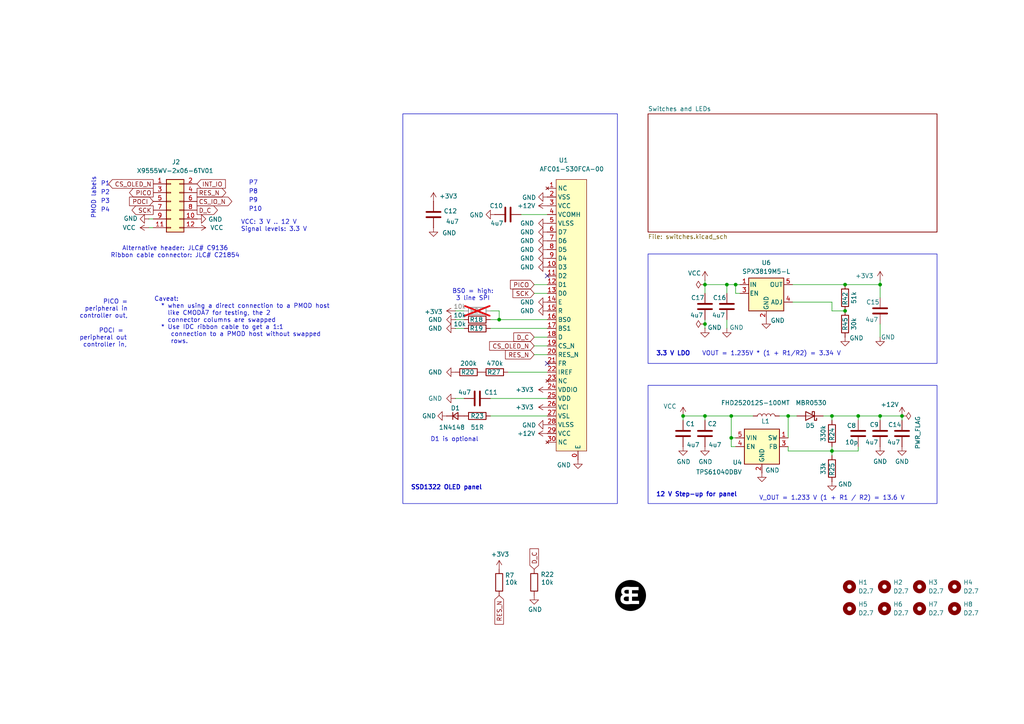
<source format=kicad_sch>
(kicad_sch (version 20250114) (generator "eeschema") (generator_version "9.0")
  (paper "A4")
  (title_block (title "ui_board_1u - User interface board") (date "2025-12-07") (rev "-") (company "Betz Engineering"))
  (lib_symbols
    (symbol "Connector_Generic:Conn_02x06_Odd_Even" (pin_names (offset 1.016) (hide yes))
      (property "Reference" "J" (at 1.27 7.62 0))
      (property "Value" "Conn_02x06_Odd_Even" (at 1.27 -10.16 0))
      (symbol "Conn_02x06_Odd_Even_1_1"
        (rectangle (start -1.27 6.35) (end 3.81 -8.89) (stroke (width 0.254)) (fill (type background)))
        (rectangle (start -1.27 5.207) (end 0 4.953) (stroke (width 0.1524)))
        (rectangle (start -1.27 2.667) (end 0 2.413) (stroke (width 0.1524)))
        (rectangle (start -1.27 0.127) (end 0 -0.127) (stroke (width 0.1524)))
        (rectangle (start -1.27 -2.413) (end 0 -2.667) (stroke (width 0.1524)))
        (rectangle (start -1.27 -4.953) (end 0 -5.207) (stroke (width 0.1524)))
        (rectangle (start -1.27 -7.493) (end 0 -7.747) (stroke (width 0.1524)))
        (rectangle (start 3.81 5.207) (end 2.54 4.953) (stroke (width 0.1524)))
        (rectangle (start 3.81 2.667) (end 2.54 2.413) (stroke (width 0.1524)))
        (rectangle (start 3.81 0.127) (end 2.54 -0.127) (stroke (width 0.1524)))
        (rectangle (start 3.81 -2.413) (end 2.54 -2.667) (stroke (width 0.1524)))
        (rectangle (start 3.81 -4.953) (end 2.54 -5.207) (stroke (width 0.1524)))
        (rectangle (start 3.81 -7.493) (end 2.54 -7.747) (stroke (width 0.1524)))
        (pin passive line (at -5.08 5.08 0) (length 3.81) (name "Pin_1") (number "1"))
        (pin passive line (at -5.08 2.54 0) (length 3.81) (name "Pin_3") (number "3"))
        (pin passive line (at -5.08 0 0) (length 3.81) (name "Pin_5") (number "5"))
        (pin passive line (at -5.08 -2.54 0) (length 3.81) (name "Pin_7") (number "7"))
        (pin passive line (at -5.08 -5.08 0) (length 3.81) (name "Pin_9") (number "9"))
        (pin passive line (at -5.08 -7.62 0) (length 3.81) (name "Pin_11") (number "11"))
        (pin passive line (at 7.62 5.08 180) (length 3.81) (name "Pin_2") (number "2"))
        (pin passive line (at 7.62 2.54 180) (length 3.81) (name "Pin_4") (number "4"))
        (pin passive line (at 7.62 0 180) (length 3.81) (name "Pin_6") (number "6"))
        (pin passive line (at 7.62 -2.54 180) (length 3.81) (name "Pin_8") (number "8"))
        (pin passive line (at 7.62 -5.08 180) (length 3.81) (name "Pin_10") (number "10"))
        (pin passive line (at 7.62 -7.62 180) (length 3.81) (name "Pin_12") (number "12"))
      )
    )
    (symbol "Device:C" (pin_numbers (hide yes)) (pin_names (offset 0.254))
      (property "Reference" "C" (at 0.635 2.54 0))
      (property "Value" "C" (at 0.635 -2.54 0))
      (symbol "C_0_1"
        (polyline (pts (xy -2.032 0.762) (xy 2.032 0.762)) (stroke (width 0.508)))
        (polyline (pts (xy -2.032 -0.762) (xy 2.032 -0.762)) (stroke (width 0.508)))
      )
      (symbol "C_1_1"
        (pin passive line (at 0 3.81 270) (length 2.794) (name "~") (number "1"))
        (pin passive line (at 0 -3.81 90) (length 2.794) (name "~") (number "2"))
      )
    )
    (symbol "Device:D_Small" (pin_numbers (hide yes)) (pin_names (offset 0.254) (hide yes))
      (property "Reference" "D" (at -1.27 2.032 0))
      (property "Value" "D_Small" (at -3.81 -2.032 0))
      (symbol "D_Small_0_1"
        (polyline (pts (xy -0.762 0) (xy 0.762 0)))
        (polyline (pts (xy -0.762 -1.016) (xy -0.762 1.016)) (stroke (width 0.254)))
        (polyline (pts (xy 0.762 -1.016) (xy -0.762 0) (xy 0.762 1.016) (xy 0.762 -1.016)) (stroke (width 0.254)))
      )
      (symbol "D_Small_1_1"
        (pin passive line (at -2.54 0 0) (length 1.778) (name "K") (number "1"))
        (pin passive line (at 2.54 0 180) (length 1.778) (name "A") (number "2"))
      )
    )
    (symbol "Device:L" (pin_numbers (hide yes)) (pin_names (offset 1.016) (hide yes))
      (property "Reference" "L" (at -1.27 0 90))
      (property "Value" "L" (at 1.905 0 90))
      (symbol "L_0_1"
        (arc (start 0 2.54) (mid 0.6323 1.905) (end 0 1.27))
        (arc (start 0 1.27) (mid 0.6323 0.635) (end 0 0))
        (arc (start 0 0) (mid 0.6323 -0.635) (end 0 -1.27))
        (arc (start 0 -1.27) (mid 0.6323 -1.905) (end 0 -2.54))
      )
      (symbol "L_1_1"
        (pin passive line (at 0 3.81 270) (length 1.27) (name "1") (number "1"))
        (pin passive line (at 0 -3.81 90) (length 1.27) (name "2") (number "2"))
      )
    )
    (symbol "Device:R" (pin_numbers (hide yes)) (pin_names (offset 0))
      (property "Reference" "R" (at 2.032 0 90))
      (property "Value" "R" (at 0 0 90))
      (symbol "R_0_1"
        (rectangle (start -1.016 -2.54) (end 1.016 2.54) (stroke (width 0.254)))
      )
      (symbol "R_1_1"
        (pin passive line (at 0 3.81 270) (length 1.27) (name "~") (number "1"))
        (pin passive line (at 0 -3.81 90) (length 1.27) (name "~") (number "2"))
      )
    )
    (symbol "Diode:MBR0530" (pin_numbers (hide yes)) (pin_names (offset 1.016) (hide yes))
      (property "Reference" "D" (at 0 2.54 0))
      (property "Value" "MBR0530" (at 0 -2.54 0))
      (symbol "MBR0530_0_1"
        (polyline (pts (xy -1.905 0.635) (xy -1.905 1.27) (xy -1.27 1.27) (xy -1.27 -1.27) (xy -0.635 -1.27) (xy -0.635 -0.635)) (stroke (width 0.254)))
        (polyline (pts (xy 1.27 1.27) (xy 1.27 -1.27) (xy -1.27 0) (xy 1.27 1.27)) (stroke (width 0.254)))
        (polyline (pts (xy 1.27 0) (xy -1.27 0)))
      )
      (symbol "MBR0530_1_1"
        (pin passive line (at -3.81 0 0) (length 2.54) (name "K") (number "1"))
        (pin passive line (at 3.81 0 180) (length 2.54) (name "A") (number "2"))
      )
    )
    (symbol "Mechanical:MountingHole" (pin_names (offset 1.016)) (in_bom no)
      (property "Reference" "H" (at 0 5.08 0))
      (property "Value" "MountingHole" (at 0 3.175 0))
      (symbol "MountingHole_0_1"
        (circle (center 0 0) (radius 1.27) (stroke (width 1.27)))
      )
    )
    (symbol "Regulator_Linear:SPX3819M5-L" (pin_names (offset 0.254))
      (property "Reference" "U" (at -3.81 5.715 0))
      (property "Value" "SPX3819M5-L" (at 0 5.715 0))
      (symbol "SPX3819M5-L_0_1"
        (rectangle (start -5.08 4.445) (end 5.08 -5.08) (stroke (width 0.254)) (fill (type background)))
      )
      (symbol "SPX3819M5-L_1_1"
        (pin power_in line (at -7.62 2.54 0) (length 2.54) (name "IN") (number "1"))
        (pin input line (at -7.62 0 0) (length 2.54) (name "EN") (number "3"))
        (pin power_in line (at 0 -7.62 90) (length 2.54) (name "GND") (number "2"))
        (pin power_out line (at 7.62 2.54 180) (length 2.54) (name "OUT") (number "5"))
        (pin input line (at 7.62 -2.54 180) (length 2.54) (name "ADJ") (number "4"))
      )
    )
    (symbol "Regulator_Switching:TPS61040DBV"
      (property "Reference" "U" (at -5.08 6.35 0))
      (property "Value" "TPS61040DBV" (at 0 6.35 0))
      (symbol "TPS61040DBV_0_1"
        (rectangle (start -5.08 5.08) (end 5.08 -5.08) (stroke (width 0.254)) (fill (type background)))
      )
      (symbol "TPS61040DBV_1_1"
        (pin power_in line (at -7.62 2.54 0) (length 2.54) (name "VIN") (number "5"))
        (pin input line (at -7.62 0 0) (length 2.54) (name "EN") (number "4"))
        (pin power_in line (at 0 -7.62 90) (length 2.54) (name "GND") (number "2"))
        (pin power_out line (at 7.62 2.54 180) (length 2.54) (name "SW") (number "1"))
        (pin input line (at 7.62 0 180) (length 2.54) (name "FB") (number "3"))
      )
    )
    (symbol "a_psu:oled_frame_2.8"
      (property "Reference" "U" (at 0 9.398 0))
      (property "Value" "SSD1322" (at 7.366 9.652 0))
      (symbol "oled_frame_2.8_1_1"
        (rectangle (start 2.54 7.62) (end 11.43 -71.12) (fill (type background)))
        (pin no_connect line (at 0 5.08 0) (length 2.54) (name "NC") (number "1"))
        (pin power_in line (at 0 2.54 0) (length 2.54) (name "VSS") (number "2"))
        (pin power_in line (at 0 0 0) (length 2.54) (name "VCC") (number "3"))
        (pin passive line (at 0 -2.54 0) (length 2.54) (name "VCOMH") (number "4"))
        (pin power_in line (at 0 -5.08 0) (length 2.54) (name "VLSS") (number "5"))
        (pin input line (at 0 -7.62 0) (length 2.54) (name "D7") (number "6"))
        (pin input line (at 0 -10.16 0) (length 2.54) (name "D6") (number "7"))
        (pin input line (at 0 -12.7 0) (length 2.54) (name "D5") (number "8"))
        (pin input line (at 0 -15.24 0) (length 2.54) (name "D4") (number "9"))
        (pin input line (at 0 -17.78 0) (length 2.54) (name "D3") (number "10"))
        (pin input line (at 0 -20.32 0) (length 2.54) (name "D2") (number "11"))
        (pin input line (at 0 -22.86 0) (length 2.54) (name "D1") (number "12"))
        (pin input line (at 0 -25.4 0) (length 2.54) (name "D0") (number "13"))
        (pin input line (at 0 -27.94 0) (length 2.54) (name "E") (number "14"))
        (pin input line (at 0 -30.48 0) (length 2.54) (name "R") (number "15"))
        (pin input line (at 0 -33.02 0) (length 2.54) (name "BS0") (number "16"))
        (pin input line (at 0 -35.56 0) (length 2.54) (name "BS1") (number "17"))
        (pin input line (at 0 -38.1 0) (length 2.54) (name "D") (number "18"))
        (pin input line (at 0 -40.64 0) (length 2.54) (name "CS_N") (number "19"))
        (pin input line (at 0 -43.18 0) (length 2.54) (name "RES_N") (number "20"))
        (pin input line (at 0 -45.72 0) (length 2.54) (name "FR") (number "21"))
        (pin input line (at 0 -48.26 0) (length 2.54) (name "IREF") (number "22"))
        (pin no_connect line (at 0 -50.8 0) (length 2.54) (name "NC") (number "23"))
        (pin power_in line (at 0 -53.34 0) (length 2.54) (name "VDDIO") (number "24"))
        (pin passive line (at 0 -55.88 0) (length 2.54) (name "VDD") (number "25"))
        (pin input line (at 0 -58.42 0) (length 2.54) (name "VCI") (number "26"))
        (pin input line (at 0 -60.96 0) (length 2.54) (name "VSL") (number "27"))
        (pin input line (at 0 -63.5 0) (length 2.54) (name "VLSS") (number "28"))
        (pin power_in line (at 0 -66.04 0) (length 2.54) (name "VCC") (number "29"))
        (pin no_connect line (at 0 -68.58 0) (length 2.54) (name "NC") (number "30"))
        (pin passive line (at 8.89 -73.66 90) (length 2.54) (name "E") (number "0"))
      )
    )
    (symbol "power:+15V" (power) (pin_numbers (hide yes)) (pin_names (offset 0) (hide yes))
      (property "Value" "+15V" (at 0 3.556 0))
      (symbol "+15V_0_1"
        (polyline (pts (xy -0.762 1.27) (xy 0 2.54)))
        (polyline (pts (xy 0 2.54) (xy 0.762 1.27)))
        (polyline (pts (xy 0 0) (xy 0 2.54)))
      )
      (symbol "+15V_1_1"
        (pin power_in line (at 0 0 90) (length 0) (name "~") (number "1"))
      )
    )
    (symbol "power:+3V3" (power) (pin_numbers (hide yes)) (pin_names (offset 0) (hide yes))
      (property "Value" "+3V3" (at 0 3.556 0))
      (symbol "+3V3_0_1"
        (polyline (pts (xy -0.762 1.27) (xy 0 2.54)))
        (polyline (pts (xy 0 2.54) (xy 0.762 1.27)))
        (polyline (pts (xy 0 0) (xy 0 2.54)))
      )
      (symbol "+3V3_1_1"
        (pin power_in line (at 0 0 90) (length 0) (name "~") (number "1"))
      )
    )
    (symbol "power:GND" (power) (pin_numbers (hide yes)) (pin_names (offset 0) (hide yes))
      (property "Value" "GND" (at 0 -3.81 0))
      (symbol "GND_0_1"
        (polyline (pts (xy 0 0) (xy 0 -1.27) (xy 1.27 -1.27) (xy 0 -2.54) (xy -1.27 -1.27) (xy 0 -1.27)))
      )
      (symbol "GND_1_1"
        (pin power_in line (at 0 0 270) (length 0) (name "~") (number "1"))
      )
    )
    (symbol "power:PWR_FLAG" (power) (pin_numbers (hide yes)) (pin_names (offset 0) (hide yes))
      (property "Value" "PWR_FLAG" (at 0 3.81 0))
      (symbol "PWR_FLAG_0_0"
        (pin power_out line (at 0 0 90) (length 0) (name "~") (number "1"))
      )
      (symbol "PWR_FLAG_0_1"
        (polyline (pts (xy 0 0) (xy 0 1.27) (xy -1.016 1.905) (xy 0 2.54) (xy 1.016 1.905) (xy 0 1.27)))
      )
    )
    (symbol "power:VCC" (power) (pin_numbers (hide yes)) (pin_names (offset 0) (hide yes))
      (property "Value" "VCC" (at 0 3.556 0))
      (symbol "VCC_0_1"
        (polyline (pts (xy -0.762 1.27) (xy 0 2.54)))
        (polyline (pts (xy 0 2.54) (xy 0.762 1.27)))
        (polyline (pts (xy 0 0) (xy 0 2.54)))
      )
      (symbol "VCC_1_1"
        (pin power_in line (at 0 0 90) (length 0) (name "~") (number "1"))
      )
    )
  )
  (rectangle (start 187.96 111.76) (end 271.78 146.05))
  (rectangle (start 187.96 73.66) (end 271.78 105.41))
  (rectangle (start 116.84 33.02) (end 179.07 146.05))
  (text "12 V Step-up for panel" (at 190.246 143.51 0) (effects (font (size 1.27 1.27) (thickness 0.254) (bold yes)) (justify left)))
  (text "P7" (at 72.136 53.848 0) (effects (font (size 1.27 1.27)) (justify left bottom)))
  (text "P2" (at 29.21 56.642 0) (effects (font (size 1.27 1.27)) (justify left bottom)))
  (text "V_OUT = 1.233 V (1 + R1 / R2) = 13.6 V" (at 241.3 144.526 0) (effects (font (size 1.27 1.27))))
  (text "Alternative header: JLC# C9136\nRibbon cable connector: JLC# C21854" (at 50.8 73.152 0) (effects (font (size 1.27 1.27))))
  (text "3.3 V LDO" (at 190.246 102.616 0) (effects (font (size 1.27 1.27) (thickness 0.254) (bold yes)) (justify left)))
  (text "P4" (at 29.21 61.722 0) (effects (font (size 1.27 1.27)) (justify left bottom)))
  (text "PICO =\nperipheral in\ncontroller out,\n" (at 37.084 92.456 0) (effects (font (size 1.27 1.27)) (justify right bottom)))
  (text "Caveat:\n  * when using a direct connection to a PMOD host\n    like CMODA7 for testing, the 2 \n    connector columns are swapped\n  * Use IDC ribbon cable to get a 1:1\n	connection to a PMOD host without swapped\n	rows." (at 44.704 92.964 0) (effects (font (size 1.27 1.27)) (justify left)))
  (text "SSD1322 OLED panel" (at 119.126 141.478 0) (effects (font (size 1.27 1.27) (thickness 0.254) (bold yes)) (justify left)))
  (text "BS0 = high:\n3 line SPI" (at 137.16 85.598 0) (effects (font (size 1.27 1.27))))
  (text "P9" (at 72.136 58.928 0) (effects (font (size 1.27 1.27)) (justify left bottom)))
  (text "P1" (at 29.21 54.102 0) (effects (font (size 1.27 1.27)) (justify left bottom)))
  (text "P3" (at 29.21 59.182 0) (effects (font (size 1.27 1.27)) (justify left bottom)))
  (text "PMOD labels" (at 27.94 63.5 90) (effects (font (size 1.27 1.27)) (justify left bottom)))
  (text "VOUT = 1.235V * (1 + R1/R2) = 3.34 V" (at 223.774 102.616 0) (effects (font (size 1.27 1.27))))
  (text "D1 is optional" (at 131.826 127.508 0) (effects (font (size 1.27 1.27))))
  (text "VCC: 3 V .. 12 V\nSignal levels: 3.3 V" (at 69.85 65.532 0) (effects (font (size 1.27 1.27)) (justify left)))
  (text "POCI = \nperipheral out\ncontroller in,\n" (at 36.83 100.838 0) (effects (font (size 1.27 1.27)) (justify right bottom)))
  (text "P10" (at 72.136 61.468 0) (effects (font (size 1.27 1.27)) (justify left bottom)))
  (text "P8" (at 72.136 56.388 0) (effects (font (size 1.27 1.27)) (justify left bottom)))
  (junction (at 210.82 82.55))
  (junction (at 204.47 120.65))
  (junction (at 241.3 120.65))
  (junction (at 212.09 120.65))
  (junction (at 248.92 120.65))
  (junction (at 241.3 130.81))
  (junction (at 255.27 120.65))
  (junction (at 144.78 92.71))
  (junction (at 228.6 120.65))
  (junction (at 261.62 120.65))
  (junction (at 245.11 90.17))
  (junction (at 212.09 127))
  (junction (at 204.47 82.55))
  (junction (at 255.27 82.55))
  (junction (at 245.11 82.55))
  (junction (at 198.12 120.65))
  (junction (at 213.36 82.55))
  (junction (at 204.47 93.98))
  (no_connect (at 158.75 80.01))
  (no_connect (at 158.75 105.41))
  (wire (pts (xy 245.11 82.55) (xy 255.27 82.55)))
  (wire (pts (xy 142.24 95.25) (xy 158.75 95.25)))
  (wire (pts (xy 213.36 82.55) (xy 214.63 82.55)))
  (wire (pts (xy 226.06 120.65) (xy 228.6 120.65)))
  (wire (pts (xy 204.47 95.25) (xy 204.47 93.98)))
  (wire (pts (xy 248.92 120.65) (xy 248.92 121.92)))
  (wire (pts (xy 248.92 129.54) (xy 248.92 130.81)))
  (wire (pts (xy 204.47 82.55) (xy 210.82 82.55)))
  (wire (pts (xy 241.3 120.65) (xy 248.92 120.65)))
  (wire (pts (xy 255.27 120.65) (xy 255.27 121.92)))
  (wire (pts (xy 132.08 92.71) (xy 134.62 92.71)))
  (wire (pts (xy 151.13 62.23) (xy 158.75 62.23)))
  (wire (pts (xy 228.6 127) (xy 228.6 120.65)))
  (wire (pts (xy 142.24 92.71) (xy 144.78 92.71)))
  (wire (pts (xy 132.08 115.57) (xy 134.62 115.57)))
  (wire (pts (xy 248.92 120.65) (xy 255.27 120.65)))
  (wire (pts (xy 255.27 120.65) (xy 261.62 120.65)))
  (wire (pts (xy 154.94 82.55) (xy 158.75 82.55)))
  (wire (pts (xy 204.47 120.65) (xy 212.09 120.65)))
  (wire (pts (xy 142.24 120.65) (xy 158.75 120.65)))
  (wire (pts (xy 198.12 121.92) (xy 198.12 120.65)))
  (wire (pts (xy 241.3 120.65) (xy 241.3 121.92)))
  (wire (pts (xy 255.27 81.28) (xy 255.27 82.55)))
  (wire (pts (xy 229.87 87.63) (xy 241.3 87.63)))
  (wire (pts (xy 210.82 82.55) (xy 213.36 82.55)))
  (wire (pts (xy 132.08 90.17) (xy 134.62 90.17)))
  (wire (pts (xy 212.09 127) (xy 213.36 127)))
  (wire (pts (xy 228.6 130.81) (xy 241.3 130.81)))
  (wire (pts (xy 210.82 82.55) (xy 210.82 85.09)))
  (wire (pts (xy 154.94 85.09) (xy 158.75 85.09)))
  (wire (pts (xy 213.36 85.09) (xy 213.36 82.55)))
  (wire (pts (xy 142.24 90.17) (xy 144.78 90.17)))
  (wire (pts (xy 204.47 82.55) (xy 204.47 85.09)))
  (wire (pts (xy 241.3 90.17) (xy 245.11 90.17)))
  (wire (pts (xy 204.47 121.92) (xy 204.47 120.65)))
  (wire (pts (xy 147.32 107.95) (xy 158.75 107.95)))
  (wire (pts (xy 212.09 120.65) (xy 218.44 120.65)))
  (wire (pts (xy 154.94 100.33) (xy 158.75 100.33)))
  (wire (pts (xy 241.3 130.81) (xy 248.92 130.81)))
  (wire (pts (xy 231.14 120.65) (xy 228.6 120.65)))
  (wire (pts (xy 144.78 92.71) (xy 158.75 92.71)))
  (wire (pts (xy 212.09 129.54) (xy 212.09 127)))
  (wire (pts (xy 204.47 81.28) (xy 204.47 82.55)))
  (wire (pts (xy 43.18 63.5) (xy 44.45 63.5)))
  (wire (pts (xy 241.3 87.63) (xy 241.3 90.17)))
  (wire (pts (xy 154.94 97.79) (xy 158.75 97.79)))
  (wire (pts (xy 238.76 120.65) (xy 241.3 120.65)))
  (wire (pts (xy 198.12 120.65) (xy 204.47 120.65)))
  (wire (pts (xy 204.47 93.98) (xy 204.47 92.71)))
  (wire (pts (xy 132.08 95.25) (xy 134.62 95.25)))
  (wire (pts (xy 241.3 130.81) (xy 241.3 132.08)))
  (wire (pts (xy 154.94 102.87) (xy 158.75 102.87)))
  (wire (pts (xy 212.09 120.65) (xy 212.09 127)))
  (wire (pts (xy 213.36 85.09) (xy 214.63 85.09)))
  (wire (pts (xy 241.3 129.54) (xy 241.3 130.81)))
  (wire (pts (xy 43.18 66.04) (xy 44.45 66.04)))
  (wire (pts (xy 210.82 95.25) (xy 210.82 92.71)))
  (wire (pts (xy 228.6 129.54) (xy 228.6 130.81)))
  (wire (pts (xy 261.62 120.65) (xy 261.62 121.92)))
  (wire (pts (xy 229.87 82.55) (xy 245.11 82.55)))
  (wire (pts (xy 255.27 82.55) (xy 255.27 86.36)))
  (wire (pts (xy 255.27 97.79) (xy 255.27 93.98)))
  (wire (pts (xy 142.24 115.57) (xy 158.75 115.57)))
  (wire (pts (xy 144.78 90.17) (xy 144.78 92.71)))
  (wire (pts (xy 213.36 129.54) (xy 212.09 129.54)))
  (image (at 182.88 172.72) (scale 0.417576))
  (global_label "CS_OLED_N" (shape input) (at 154.94 100.33 180) (property "Intersheetrefs" "${INTERSHEET_REFS}" (effects (hide yes))))
  (global_label "POCI" (shape input) (at 44.45 58.42 180) (property "Intersheetrefs" "${INTERSHEET_REFS}" (effects (hide yes))))
  (global_label "SCK" (shape output) (at 44.45 60.96 180) (property "Intersheetrefs" "${INTERSHEET_REFS}" (effects (hide yes))))
  (global_label "CS_OLED_N" (shape output) (at 44.45 53.34 180) (property "Intersheetrefs" "${INTERSHEET_REFS}" (effects (hide yes))))
  (global_label "PICO" (shape output) (at 44.45 55.88 180) (property "Intersheetrefs" "${INTERSHEET_REFS}" (effects (hide yes))))
  (global_label "D_C" (shape output) (at 57.15 60.96 0) (property "Intersheetrefs" "${INTERSHEET_REFS}" (effects (hide yes))))
  (global_label "D_C" (shape input) (at 154.94 97.79 180) (property "Intersheetrefs" "${INTERSHEET_REFS}" (effects (hide yes))))
  (global_label "RES_N" (shape output) (at 57.15 55.88 0) (property "Intersheetrefs" "${INTERSHEET_REFS}" (effects (hide yes))))
  (global_label "RES_N" (shape input) (at 154.94 102.87 180) (property "Intersheetrefs" "${INTERSHEET_REFS}" (effects (hide yes))))
  (global_label "PICO" (shape input) (at 154.94 82.55 180) (property "Intersheetrefs" "${INTERSHEET_REFS}" (effects (hide yes))))
  (global_label "RES_N" (shape input) (at 144.78 172.72 270) (property "Intersheetrefs" "${INTERSHEET_REFS}" (effects (hide yes))))
  (global_label "CS_IO_N" (shape output) (at 57.15 58.42 0) (property "Intersheetrefs" "${INTERSHEET_REFS}" (effects (hide yes))))
  (global_label "D_C" (shape input) (at 154.94 165.1 90) (property "Intersheetrefs" "${INTERSHEET_REFS}" (effects (hide yes))))
  (global_label "INT_IO" (shape input) (at 57.15 53.34 0) (property "Intersheetrefs" "${INTERSHEET_REFS}" (effects (hide yes))))
  (global_label "SCK" (shape input) (at 154.94 85.09 180) (property "Intersheetrefs" "${INTERSHEET_REFS}" (effects (hide yes))))
  (symbol (lib_id "power:GND") (at 43.18 63.5 270) (mirror x) (unit 1)
    (property "Reference" "#PWR0101" (effects (hide yes)))
    (property "Value" "GND" (at 39.9288 63.373 90) (effects (justify right)))
  )
  (symbol (lib_id "Device:C") (at 204.47 125.73 0) (unit 1)
    (property "Reference" "C2" (at 205.232 122.936 0) (effects (justify left)))
    (property "Value" "4u7" (at 205.486 129.032 0) (effects (justify left)))
    (property "Footprint" "Capacitor_SMD:C_1206_3216Metric" (effects (hide yes)))
  )
  (symbol (lib_id "power:GND") (at 204.47 129.54 0) (unit 1)
    (property "Reference" "#PWR0128" (effects (hide yes)))
    (property "Value" "GND" (at 204.597 133.9342 0))
  )
  (symbol (lib_id "Device:R") (at 144.78 168.91 180) (unit 1)
    (property "Reference" "R7" (at 147.828 166.878 0))
    (property "Value" "10k" (at 148.336 168.91 0))
    (property "Footprint" "Resistor_SMD:R_0603_1608Metric" (effects (hide yes)))
  )
  (symbol (lib_id "power:+3V3") (at 144.78 165.1 0) (unit 1)
    (property "Reference" "#PWR0134" (effects (hide yes)))
    (property "Value" "+3V3" (at 145.034 160.782 0))
  )
  (symbol (lib_id "power:GND") (at 57.15 63.5 90) (mirror x) (unit 1)
    (property "Reference" "#PWR0132" (effects (hide yes)))
    (property "Value" "GND" (at 60.4012 63.627 90) (effects (justify right)))
  )
  (symbol (lib_id "Device:C") (at 210.82 88.9 0) (unit 1)
    (property "Reference" "C16" (at 206.756 86.36 0) (effects (justify left)))
    (property "Value" "4u7" (at 206.502 91.44 0) (effects (justify left)))
    (property "Footprint" "Capacitor_SMD:C_1206_3216Metric" (effects (hide yes)))
  )
  (symbol (lib_id "power:+3V3") (at 132.08 90.17 90) (unit 1)
    (property "Reference" "#PWR0144" (effects (hide yes)))
    (property "Value" "+3V3" (at 125.73 90.424 90))
  )
  (symbol (lib_id "Connector_Generic:Conn_02x06_Odd_Even") (at 49.53 58.42 0) (unit 1)
    (property "Reference" "J2" (at 51.054 46.99 0))
    (property "Value" "X9555WV-2x06-6TV01" (at 50.8 49.53 0))
    (property "Footprint" "Connector_IDC:IDC-Header_2x06_P2.54mm_Vertical" (effects (hide yes)))
    (property "Description" "Generic connector, double row, 02x06, odd/even pin numbering scheme (row 1 odd numbers, row 2 even numbers), script generated (kicad-library-utils/schlib/autogen/connector/)" (effects (hide yes)))
  )
  (symbol (lib_id "Device:D_Small") (at 132.08 120.65 0) (unit 1)
    (property "Reference" "D1" (at 132.08 118.364 0))
    (property "Value" "1N4148" (at 131.064 123.952 0))
    (property "Footprint" "Diode_SMD:D_SOD-323F" (effects (hide yes)))
    (property "Description" "Diode, small symbol" (effects (hide yes)))
    (property "Sim.Device" "D" (effects (hide yes)))
    (property "Sim.Pins" "1=K 2=A" (effects (hide yes)))
  )
  (symbol (lib_id "power:GND") (at 158.75 87.63 270) (unit 1)
    (property "Reference" "#PWR0145" (effects (hide yes)))
    (property "Value" "GND" (at 154.94 87.63 90) (effects (justify right)))
  )
  (symbol (lib_id "Device:R") (at 138.43 90.17 90) (unit 1) (dnp yes)
    (property "Reference" "R21" (at 138.176 90.17 90))
    (property "Value" "10k" (at 133.35 88.9 90))
    (property "Footprint" "Resistor_SMD:R_0603_1608Metric" (effects (hide yes)))
  )
  (symbol (lib_id "power:GND") (at 255.27 97.79 0) (unit 1)
    (property "Reference" "#PWR061" (effects (hide yes)))
    (property "Value" "GND" (at 257.556 97.79 0))
    (property "Description" "Power symbol creates a global label with name \"GND\" , ground" (effects (hide yes)))
  )
  (symbol (lib_id "power:GND") (at 167.64 133.35 0) (unit 1)
    (property "Reference" "#PWR0122" (effects (hide yes)))
    (property "Value" "GND" (at 165.608 134.874 0) (effects (justify right)))
  )
  (symbol (lib_id "power:GND") (at 143.51 62.23 270) (unit 1)
    (property "Reference" "#PWR0121" (effects (hide yes)))
    (property "Value" "GND" (at 140.2588 62.357 90) (effects (justify right)))
  )
  (symbol (lib_id "Device:R") (at 245.11 93.98 180) (unit 1)
    (property "Reference" "R45" (at 245.11 93.98 90))
    (property "Value" "30k" (at 247.65 93.98 90))
    (property "Footprint" "Resistor_SMD:R_0603_1608Metric" (effects (hide yes)))
    (property "Description" "Resistor" (effects (hide yes)))
  )
  (symbol (lib_id "power:+3V3") (at 255.27 81.28 0) (unit 1)
    (property "Reference" "#PWR0105" (effects (hide yes)))
    (property "Value" "+3V3" (at 250.698 80.01 0))
  )
  (symbol (lib_id "Device:C") (at 138.43 115.57 270) (unit 1)
    (property "Reference" "C11" (at 140.462 113.792 90) (effects (justify left)))
    (property "Value" "4u7" (at 132.842 113.792 90) (effects (justify left)))
    (property "Footprint" "Capacitor_SMD:C_1206_3216Metric" (effects (hide yes)))
  )
  (symbol (lib_id "power:GND") (at 245.11 97.79 0) (unit 1)
    (property "Reference" "#PWR062" (effects (hide yes)))
    (property "Value" "GND" (at 248.412 98.044 0))
    (property "Description" "Power symbol creates a global label with name \"GND\" , ground" (effects (hide yes)))
  )
  (symbol (lib_id "power:+15V") (at 158.75 59.69 90) (unit 1)
    (property "Reference" "#PWR04" (effects (hide yes)))
    (property "Value" "+12V" (at 152.654 59.69 90))
    (property "Description" "Power symbol creates a global label with name \"+15V\"" (effects (hide yes)))
  )
  (symbol (lib_id "power:GND") (at 220.98 137.16 0) (unit 1)
    (property "Reference" "#PWR0155" (effects (hide yes)))
    (property "Value" "GND" (at 224.028 136.398 0))
  )
  (symbol (lib_id "power:GND") (at 132.08 115.57 270) (unit 1)
    (property "Reference" "#PWR0151" (effects (hide yes)))
    (property "Value" "GND" (at 128.27 115.57 90) (effects (justify right)))
  )
  (symbol (lib_id "power:GND") (at 154.94 172.72 0) (unit 1)
    (property "Reference" "#PWR0147" (effects (hide yes)))
    (property "Value" "GND" (at 157.226 176.784 0) (effects (justify right)))
  )
  (symbol (lib_id "Device:R") (at 241.3 125.73 180) (unit 1)
    (property "Reference" "R24" (at 241.3 125.984 90))
    (property "Value" "330k" (at 238.76 125.73 90))
    (property "Footprint" "Resistor_SMD:R_0603_1608Metric" (effects (hide yes)))
  )
  (symbol (lib_id "Mechanical:MountingHole") (at 266.7 170.18 0) (unit 1) (in_bom no)
    (property "Reference" "H3" (at 269.24 168.9099 0) (effects (justify left)))
    (property "Value" "D2.7" (at 269.24 171.4499 0) (effects (justify left)))
    (property "Footprint" "MountingHole:MountingHole_2.7mm_M2.5_ISO7380_Pad" (effects (hide yes)))
    (property "Description" "Mounting Hole without connection" (effects (hide yes)))
  )
  (symbol (lib_id "power:GND") (at 158.75 123.19 270) (unit 1)
    (property "Reference" "#PWR0119" (effects (hide yes)))
    (property "Value" "GND" (at 155.4988 123.317 90) (effects (justify right)))
  )
  (symbol (lib_id "power:VCC") (at 198.12 120.65 0) (unit 1)
    (property "Reference" "#PWR011" (effects (hide yes)))
    (property "Value" "VCC" (at 194.31 117.856 0))
    (property "Description" "Power symbol creates a global label with name \"VCC\"" (effects (hide yes)))
  )
  (symbol (lib_id "Device:R") (at 245.11 86.36 180) (unit 1)
    (property "Reference" "R42" (at 245.11 86.614 90))
    (property "Value" "51k" (at 247.65 86.36 90))
    (property "Footprint" "Resistor_SMD:R_0603_1608Metric" (effects (hide yes)))
    (property "Description" "Resistor" (effects (hide yes)))
  )
  (symbol (lib_id "Device:R") (at 154.94 168.91 180) (unit 1)
    (property "Reference" "R22" (at 158.75 166.624 0))
    (property "Value" "10k" (at 158.75 168.91 0))
    (property "Footprint" "Resistor_SMD:R_0603_1608Metric" (effects (hide yes)))
  )
  (symbol (lib_id "Device:R") (at 138.43 92.71 90) (unit 1)
    (property "Reference" "R18" (at 138.176 92.71 90))
    (property "Value" "10k" (at 133.35 91.44 90))
    (property "Footprint" "Resistor_SMD:R_0603_1608Metric" (effects (hide yes)))
  )
  (symbol (lib_id "power:GND") (at 204.47 95.25 0) (mirror y) (unit 1)
    (property "Reference" "#PWR060" (effects (hide yes)))
    (property "Value" "GND" (at 207.264 94.996 0))
    (property "Description" "Power symbol creates a global label with name \"GND\" , ground" (effects (hide yes)))
  )
  (symbol (lib_id "Device:C") (at 125.73 62.23 0) (mirror y) (unit 1)
    (property "Reference" "C12" (at 132.588 61.214 0) (effects (justify left)))
    (property "Value" "4u7" (at 133.096 64.262 0) (effects (justify left)))
    (property "Footprint" "Capacitor_SMD:C_1206_3216Metric" (effects (hide yes)))
  )
  (symbol (lib_id "power:+15V") (at 158.75 125.73 90) (unit 1)
    (property "Reference" "#PWR05" (effects (hide yes)))
    (property "Value" "+12V" (at 152.654 125.73 90))
    (property "Description" "Power symbol creates a global label with name \"+15V\"" (effects (hide yes)))
  )
  (symbol (lib_id "Mechanical:MountingHole") (at 256.54 170.18 0) (unit 1) (in_bom no)
    (property "Reference" "H2" (at 259.08 168.9099 0) (effects (justify left)))
    (property "Value" "D2.7" (at 259.08 171.4499 0) (effects (justify left)))
    (property "Footprint" "MountingHole:MountingHole_2.7mm_M2.5_ISO7380_Pad" (effects (hide yes)))
    (property "Description" "Mounting Hole without connection" (effects (hide yes)))
  )
  (symbol (lib_id "Device:C") (at 261.62 125.73 0) (unit 1)
    (property "Reference" "C14" (at 257.556 123.19 0) (effects (justify left)))
    (property "Value" "4u7" (at 257.302 128.27 0) (effects (justify left)))
    (property "Footprint" "Capacitor_SMD:C_1206_3216Metric" (effects (hide yes)))
  )
  (symbol (lib_id "power:VCC") (at 204.47 81.28 0) (unit 1)
    (property "Reference" "#PWR012" (effects (hide yes)))
    (property "Value" "VCC" (at 201.422 79.248 0))
    (property "Description" "Power symbol creates a global label with name \"VCC\"" (effects (hide yes)))
  )
  (symbol (lib_id "power:GND") (at 158.75 64.77 270) (unit 1)
    (property "Reference" "#PWR03" (effects (hide yes)))
    (property "Value" "GND" (at 154.94 64.77 90) (effects (justify right)))
  )
  (symbol (lib_id "power:VCC") (at 57.15 66.04 270) (unit 1)
    (property "Reference" "#PWR010" (effects (hide yes)))
    (property "Value" "VCC" (at 60.96 66.0399 90) (effects (justify left)))
    (property "Description" "Power symbol creates a global label with name \"VCC\"" (effects (hide yes)))
  )
  (symbol (lib_id "Device:C") (at 198.12 125.73 0) (unit 1)
    (property "Reference" "C1" (at 198.882 122.936 0) (effects (justify left)))
    (property "Value" "4u7" (at 199.136 129.032 0) (effects (justify left)))
    (property "Footprint" "Capacitor_SMD:C_1206_3216Metric" (effects (hide yes)))
  )
  (symbol (lib_id "power:GND") (at 158.75 72.39 270) (unit 1)
    (property "Reference" "#PWR0103" (effects (hide yes)))
    (property "Value" "GND" (at 154.94 72.39 90) (effects (justify right)))
  )
  (symbol (lib_id "power:PWR_FLAG") (at 261.62 120.65 270) (unit 1)
    (property "Reference" "#FLG01" (effects (hide yes)))
    (property "Value" "PWR_FLAG" (at 266.192 120.65 0) (effects (justify left)))
    (property "Description" "Special symbol for telling ERC where power comes from" (effects (hide yes)))
  )
  (symbol (lib_id "Device:C") (at 248.92 125.73 0) (unit 1)
    (property "Reference" "C8" (at 245.618 123.444 0) (effects (justify left)))
    (property "Value" "10p" (at 245.11 128.27 0) (effects (justify left)))
    (property "Footprint" "Capacitor_SMD:C_0603_1608Metric" (effects (hide yes)))
    (property "Description" "Unpolarized capacitor" (effects (hide yes)))
  )
  (symbol (lib_id "Device:L") (at 222.25 120.65 90) (unit 1)
    (property "Reference" "L1" (at 223.266 122.174 90) (effects (justify left)))
    (property "Value" "FHD252012S-100MT" (at 229.108 116.84 90) (effects (justify left)))
    (property "Footprint" "Inductor_SMD:L_1008_2520Metric" (effects (hide yes)))
    (property "Description" "Inductor" (effects (hide yes)))
  )
  (symbol (lib_id "Mechanical:MountingHole") (at 276.86 176.53 0) (unit 1) (in_bom no)
    (property "Reference" "H8" (at 279.4 175.2599 0) (effects (justify left)))
    (property "Value" "D2.7" (at 279.4 177.7999 0) (effects (justify left)))
    (property "Footprint" "MountingHole:MountingHole_2.7mm_M2.5_ISO7380" (effects (hide yes)))
    (property "Description" "Mounting Hole without connection" (effects (hide yes)))
  )
  (symbol (lib_id "power:GND") (at 222.25 92.71 0) (unit 1)
    (property "Reference" "#PWR059" (effects (hide yes)))
    (property "Value" "GND" (at 225.552 92.964 0))
    (property "Description" "Power symbol creates a global label with name \"GND\" , ground" (effects (hide yes)))
  )
  (symbol (lib_id "Device:C") (at 255.27 90.17 0) (unit 1)
    (property "Reference" "C15" (at 251.206 87.63 0) (effects (justify left)))
    (property "Value" "4u7" (at 250.952 92.71 0) (effects (justify left)))
    (property "Footprint" "Capacitor_SMD:C_1206_3216Metric" (effects (hide yes)))
  )
  (symbol (lib_id "power:GND") (at 132.08 95.25 270) (unit 1)
    (property "Reference" "#PWR0142" (effects (hide yes)))
    (property "Value" "GND" (at 128.27 95.25 90) (effects (justify right)))
  )
  (symbol (lib_id "power:GND") (at 241.3 139.7 0) (unit 1)
    (property "Reference" "#PWR0116" (effects (hide yes)))
    (property "Value" "GND" (at 245.11 140.462 0))
  )
  (symbol (lib_id "Device:R") (at 138.43 120.65 90) (unit 1)
    (property "Reference" "R23" (at 138.43 120.65 90))
    (property "Value" "51R" (at 138.43 123.952 90))
    (property "Footprint" "Resistor_SMD:R_0603_1608Metric" (effects (hide yes)))
  )
  (symbol (lib_id "Device:R") (at 135.89 107.95 270) (unit 1)
    (property "Reference" "R20" (at 135.636 107.95 90))
    (property "Value" "200k" (at 135.89 105.41 90))
    (property "Footprint" "Resistor_SMD:R_0603_1608Metric" (effects (hide yes)))
  )
  (symbol (lib_id "Regulator_Switching:TPS61040DBV") (at 220.98 129.54 0) (unit 1)
    (property "Reference" "U4" (at 213.868 134.112 0))
    (property "Value" "TPS61040DBV" (at 208.534 136.906 0))
    (property "Footprint" "Package_TO_SOT_SMD:SOT-23-5" (effects (hide yes)))
    (property "Datasheet" "http://www.ti.com/lit/ds/symlink/tps61040.pdf" (effects (hide yes)))
    (property "Description" "Synchronous Boost Regulator, Adjustable Output up to 28V, 400 mA Switch Current Limit, SOT-23-5" (effects (hide yes)))
  )
  (symbol (lib_id "power:VCC") (at 43.18 66.04 90) (unit 1)
    (property "Reference" "#PWR09" (effects (hide yes)))
    (property "Value" "VCC" (at 39.37 66.0399 90) (effects (justify left)))
    (property "Description" "Power symbol creates a global label with name \"VCC\"" (effects (hide yes)))
  )
  (symbol (lib_id "Mechanical:MountingHole") (at 266.7 176.53 0) (unit 1) (in_bom no)
    (property "Reference" "H7" (at 269.24 175.2599 0) (effects (justify left)))
    (property "Value" "D2.7" (at 269.24 177.7999 0) (effects (justify left)))
    (property "Footprint" "MountingHole:MountingHole_2.7mm_M2.5_ISO7380" (effects (hide yes)))
    (property "Description" "Mounting Hole without connection" (effects (hide yes)))
  )
  (symbol (lib_id "power:+3V3") (at 158.75 113.03 90) (unit 1)
    (property "Reference" "#PWR0107" (effects (hide yes)))
    (property "Value" "+3V3" (at 152.146 113.03 90))
  )
  (symbol (lib_id "power:GND") (at 158.75 57.15 270) (unit 1)
    (property "Reference" "#PWR0115" (effects (hide yes)))
    (property "Value" "GND" (at 155.4988 57.277 90) (effects (justify right)))
  )
  (symbol (lib_id "power:GND") (at 255.27 129.54 0) (unit 1)
    (property "Reference" "#PWR0114" (effects (hide yes)))
    (property "Value" "GND" (at 255.27 133.858 0))
  )
  (symbol (lib_id "Mechanical:MountingHole") (at 246.38 170.18 0) (unit 1) (in_bom no)
    (property "Reference" "H1" (at 248.92 168.9099 0) (effects (justify left)))
    (property "Value" "D2.7" (at 248.92 171.4499 0) (effects (justify left)))
    (property "Footprint" "MountingHole:MountingHole_2.7mm_M2.5_ISO7380_Pad" (effects (hide yes)))
    (property "Description" "Mounting Hole without connection" (effects (hide yes)))
  )
  (symbol (lib_id "power:GND") (at 132.08 92.71 270) (unit 1)
    (property "Reference" "#PWR0141" (effects (hide yes)))
    (property "Value" "GND" (at 128.27 92.71 90) (effects (justify right)))
  )
  (symbol (lib_id "a_psu:oled_frame_2.8") (at 158.75 59.69 0) (unit 1)
    (property "Reference" "U1" (at 162.052 46.482 0) (effects (justify left)))
    (property "Value" "AFC01-S30FCA-00" (at 156.464 49.022 0) (effects (justify left)))
    (property "Footprint" "a_psu:oled_frame_2.8" (effects (hide yes)))
    (property "Description" "2.8 inch OLED display panel 128 x 64, 4 bit, SSD1322" (effects (hide yes)))
  )
  (symbol (lib_id "power:PWR_FLAG") (at 204.47 82.55 90) (unit 1)
    (property "Reference" "#FLG02" (effects (hide yes)))
    (property "Value" "PWR_FLAG" (effects (hide yes)))
    (property "Description" "Special symbol for telling ERC where power comes from" (effects (hide yes)))
  )
  (symbol (lib_id "Device:R") (at 241.3 135.89 180) (unit 1)
    (property "Reference" "R25" (at 241.3 136.144 90))
    (property "Value" "33k" (at 238.76 135.89 90))
    (property "Footprint" "Resistor_SMD:R_0603_1608Metric" (effects (hide yes)))
  )
  (symbol (lib_id "power:+15V") (at 261.62 120.65 0) (unit 1)
    (property "Reference" "#PWR06" (effects (hide yes)))
    (property "Value" "+12V" (at 258.064 117.348 0))
    (property "Description" "Power symbol creates a global label with name \"+15V\"" (effects (hide yes)))
  )
  (symbol (lib_id "Mechanical:MountingHole") (at 276.86 170.18 0) (unit 1) (in_bom no)
    (property "Reference" "H4" (at 279.4 168.9099 0) (effects (justify left)))
    (property "Value" "D2.7" (at 279.4 171.4499 0) (effects (justify left)))
    (property "Footprint" "MountingHole:MountingHole_2.7mm_M2.5_ISO7380_Pad" (effects (hide yes)))
    (property "Description" "Mounting Hole without connection" (effects (hide yes)))
  )
  (symbol (lib_id "Device:C") (at 147.32 62.23 270) (unit 1)
    (property "Reference" "C10" (at 141.986 59.69 90) (effects (justify left)))
    (property "Value" "4u7" (at 142.24 64.77 90) (effects (justify left)))
    (property "Footprint" "Capacitor_SMD:C_1206_3216Metric" (effects (hide yes)))
  )
  (symbol (lib_id "power:+3V3") (at 158.75 118.11 90) (unit 1)
    (property "Reference" "#PWR0113" (effects (hide yes)))
    (property "Value" "+3V3" (at 152.146 118.11 90))
  )
  (symbol (lib_id "power:GND") (at 132.08 107.95 270) (unit 1)
    (property "Reference" "#PWR0143" (effects (hide yes)))
    (property "Value" "GND" (at 128.27 107.95 90) (effects (justify right)))
  )
  (symbol (lib_id "Device:R") (at 138.43 95.25 90) (unit 1)
    (property "Reference" "R19" (at 138.176 95.25 90))
    (property "Value" "10k" (at 133.35 93.98 90))
    (property "Footprint" "Resistor_SMD:R_0603_1608Metric" (effects (hide yes)))
  )
  (symbol (lib_id "Mechanical:MountingHole") (at 256.54 176.53 0) (unit 1) (in_bom no)
    (property "Reference" "H6" (at 259.08 175.2599 0) (effects (justify left)))
    (property "Value" "D2.7" (at 259.08 177.7999 0) (effects (justify left)))
    (property "Footprint" "MountingHole:MountingHole_2.7mm_M2.5_ISO7380" (effects (hide yes)))
    (property "Description" "Mounting Hole without connection" (effects (hide yes)))
  )
  (symbol (lib_id "power:GND") (at 158.75 90.17 270) (unit 1)
    (property "Reference" "#PWR0146" (effects (hide yes)))
    (property "Value" "GND" (at 154.94 90.17 90) (effects (justify right)))
  )
  (symbol (lib_id "power:GND") (at 198.12 129.54 0) (unit 1)
    (property "Reference" "#PWR07" (effects (hide yes)))
    (property "Value" "GND" (at 198.247 133.9342 0))
  )
  (symbol (lib_id "Device:R") (at 143.51 107.95 270) (unit 1)
    (property "Reference" "R27" (at 143.256 107.95 90))
    (property "Value" "470k" (at 143.51 105.41 90))
    (property "Footprint" "Resistor_SMD:R_0603_1608Metric" (effects (hide yes)))
  )
  (symbol (lib_id "power:GND") (at 158.75 77.47 270) (unit 1)
    (property "Reference" "#PWR0148" (effects (hide yes)))
    (property "Value" "GND" (at 154.94 77.47 90) (effects (justify right)))
  )
  (symbol (lib_id "power:GND") (at 158.75 74.93 270) (unit 1)
    (property "Reference" "#PWR0149" (effects (hide yes)))
    (property "Value" "GND" (at 154.94 74.93 90) (effects (justify right)))
  )
  (symbol (lib_id "Mechanical:MountingHole") (at 246.38 176.53 0) (unit 1) (in_bom no)
    (property "Reference" "H5" (at 248.92 175.2599 0) (effects (justify left)))
    (property "Value" "D2.7" (at 248.92 177.7999 0) (effects (justify left)))
    (property "Footprint" "MountingHole:MountingHole_2.7mm_M2.5_ISO7380" (effects (hide yes)))
    (property "Description" "Mounting Hole without connection" (effects (hide yes)))
  )
  (symbol (lib_id "power:GND") (at 261.62 129.54 0) (unit 1)
    (property "Reference" "#PWR08" (effects (hide yes)))
    (property "Value" "GND" (at 261.62 133.858 0))
  )
  (symbol (lib_id "power:PWR_FLAG") (at 204.47 93.98 90) (unit 1)
    (property "Reference" "#FLG03" (effects (hide yes)))
    (property "Value" "PWR_FLAG" (effects (hide yes)))
    (property "Description" "Special symbol for telling ERC where power comes from" (effects (hide yes)))
  )
  (symbol (lib_id "Diode:MBR0530") (at 234.95 120.65 180) (unit 1)
    (property "Reference" "D5" (at 234.95 123.444 0))
    (property "Value" "MBR0530" (at 235.2675 116.84 0))
    (property "Footprint" "Diode_SMD:D_SOD-123" (effects (hide yes)))
    (property "Datasheet" "http://www.mccsemi.com/up_pdf/MBR0520~MBR0580(SOD123).pdf" (effects (hide yes)))
    (property "Description" "30V 0.5A Schottky Power Rectifier Diode, SOD-123" (effects (hide yes)))
  )
  (symbol (lib_id "power:GND") (at 158.75 69.85 270) (unit 1)
    (property "Reference" "#PWR01" (effects (hide yes)))
    (property "Value" "GND" (at 154.94 69.85 90) (effects (justify right)))
  )
  (symbol (lib_id "power:GND") (at 125.73 66.04 0) (mirror y) (unit 1)
    (property "Reference" "#PWR0124" (effects (hide yes)))
    (property "Value" "GND" (at 130.302 67.564 0))
  )
  (symbol (lib_id "power:GND") (at 210.82 95.25 0) (mirror y) (unit 1)
    (property "Reference" "#PWR058" (effects (hide yes)))
    (property "Value" "GND" (at 213.614 94.996 0))
    (property "Description" "Power symbol creates a global label with name \"GND\" , ground" (effects (hide yes)))
  )
  (symbol (lib_id "power:GND") (at 129.54 120.65 270) (unit 1)
    (property "Reference" "#PWR0150" (effects (hide yes)))
    (property "Value" "GND" (at 126.492 120.65 90) (effects (justify right)))
  )
  (symbol (lib_id "Device:C") (at 255.27 125.73 0) (unit 1)
    (property "Reference" "C9" (at 252.222 123.19 0) (effects (justify left)))
    (property "Value" "4u7" (at 250.952 128.27 0) (effects (justify left)))
    (property "Footprint" "Capacitor_SMD:C_1206_3216Metric" (effects (hide yes)))
  )
  (symbol (lib_id "Regulator_Linear:SPX3819M5-L") (at 222.25 85.09 0) (unit 1)
    (property "Reference" "U6" (at 222.25 76.2 0))
    (property "Value" "SPX3819M5-L" (at 222.25 78.74 0))
    (property "Footprint" "Package_TO_SOT_SMD:SOT-23-5" (effects (hide yes)))
    (property "Datasheet" "https://www.exar.com/content/document.ashx?id=22106&languageid=1033&type=Datasheet&partnumber=SPX3819&filename=SPX3819.pdf&part=SPX3819" (effects (hide yes)))
    (property "Description" "500mA Low drop-out regulator, Adjustable, SOT-23-5" (effects (hide yes)))
    (property "LCSC Part #" "C9056" (effects (hide yes)))
  )
  (symbol (lib_id "power:+3V3") (at 125.73 58.42 0) (mirror y) (unit 1)
    (property "Reference" "#PWR0117" (effects (hide yes)))
    (property "Value" "+3V3" (at 130.048 56.896 0))
  )
  (symbol (lib_id "power:GND") (at 158.75 67.31 270) (unit 1)
    (property "Reference" "#PWR02" (effects (hide yes)))
    (property "Value" "GND" (at 154.94 67.31 90) (effects (justify right)))
  )
  (symbol (lib_id "Device:C") (at 204.47 88.9 0) (unit 1)
    (property "Reference" "C17" (at 200.406 86.36 0) (effects (justify left)))
    (property "Value" "4u7" (at 200.152 91.44 0) (effects (justify left)))
    (property "Footprint" "Capacitor_SMD:C_1206_3216Metric" (effects (hide yes)))
  )
  (sheet (at 187.96 33.02) (size 83.82 34.29) (stroke (width 0.1524))
    (property "Sheetname" "Switches and LEDs" (at 187.96 32.3084 0) (effects (justify left bottom)))
    (property "Sheetfile" "switches.kicad_sch" (at 187.96 67.8946 0) (effects (justify left top)))
  )
)
</source>
